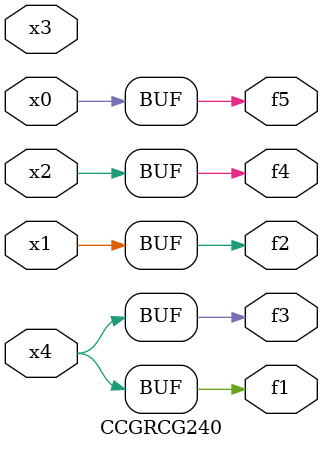
<source format=v>
module CCGRCG240(
	input x0, x1, x2, x3, x4,
	output f1, f2, f3, f4, f5
);
	assign f1 = x4;
	assign f2 = x1;
	assign f3 = x4;
	assign f4 = x2;
	assign f5 = x0;
endmodule

</source>
